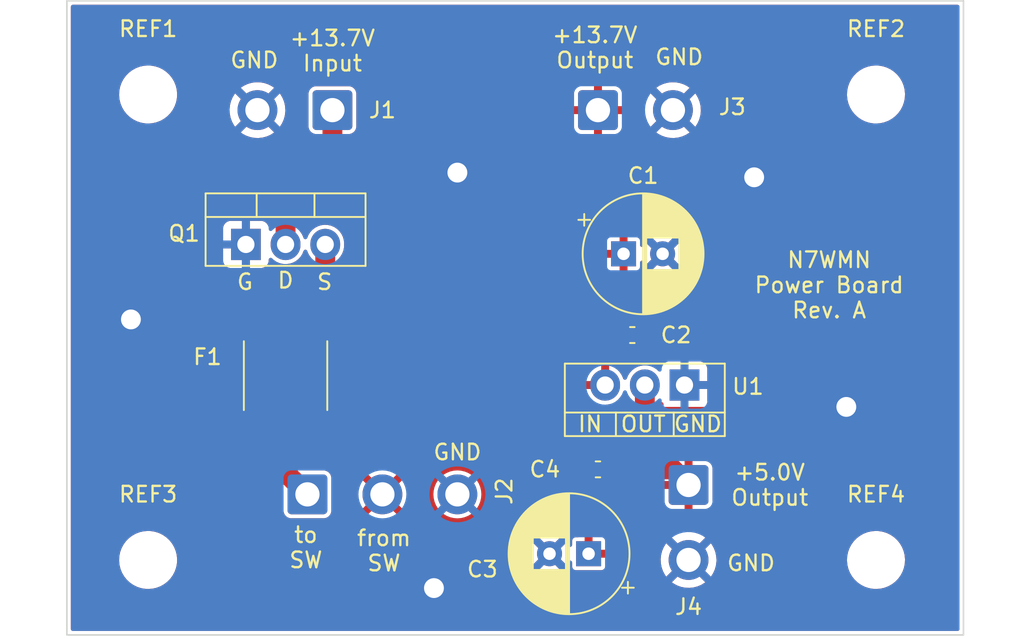
<source format=kicad_pcb>
(kicad_pcb (version 20211014) (generator pcbnew)
  (layers (0 "F.Cu" signal) (31 "B.Cu" signal) (34 "B.Paste" user) (35 "F.Paste" user) (36 "B.SilkS" user "B.Silkscreen") (37 "F.SilkS" user "F.Silkscreen") (38 "B.Mask" user) (39 "F.Mask" user) (44 "Edge.Cuts" user))
  (net 0 "")
  (net 1 "/V13.7_SW")
  (net 2 "GND")
  (net 3 "/V5.0")
  (net 4 "Net-(F1-Pad1)")
  (net 5 "/V13.7_PRO")
  (net 6 "/V13.7_IN")
  (footprint "Connector_Wire:SolderWire-0.75sqmm_1x02_P4.8mm_D1.25mm_OD2.3mm" (layer "F.Cu") (at 137.8 86.4)
    (fp_text reference "J3" (at 8.6 -0.2) (layer "F.SilkS"))
    (fp_text value "Conn_01x02")
    (pad "1" thru_hole roundrect (at 0 0) (size 2.55 2.55) (drill 1.55) (layers *.Cu *.Mask) (roundrect_rratio 0.09803882353) (net 1 "/V13.7_SW"))
    (pad "2" thru_hole circle (at 4.8 0) (size 2.55 2.55) (drill 1.55) (layers *.Cu *.Mask) (net 2 "GND"))
  )
  (footprint "MountingHole:MountingHole_3.2mm_M3" (layer "F.Cu") (at 109 85.4)
    (fp_text reference "REF1" (at 0 -4.2) (layer "F.SilkS"))
    (fp_text value "MountingHole_3.2mm_M3")
    (pad "" np_thru_hole circle (at 0 0) (size 3.2 3.2) (drill 3.2) (layers *.Cu *.Mask))
  )
  (footprint "Capacitor_SMD:C_0603_1608Metric_Pad1.08x0.95mm_HandSolder" (layer "F.Cu") (at 137.8 109.4 180)
    (fp_text reference "C4" (at 3.4 0) (layer "F.SilkS"))
    (fp_text value "0.1uF")
    (fp_line (start -0.146267 -0.51) (end 0.146267 -0.51) (layer "F.SilkS") (width 0.12))
    (fp_line (start -0.146267 0.51) (end 0.146267 0.51) (layer "F.SilkS") (width 0.12))
    (pad "1" smd roundrect (at -0.8625 0 180) (size 1.075 0.95) (layers "F.Cu" "F.Paste" "F.Mask") (net 3 "/V5.0"))
    (pad "2" smd roundrect (at 0.8625 0 180) (size 1.075 0.95) (layers "F.Cu" "F.Paste" "F.Mask") (net 2 "GND"))
  )
  (footprint "MountingHole:MountingHole_3.2mm_M3" (layer "F.Cu") (at 155.6 115.2)
    (fp_text reference "REF4" (at 0 -4.2) (layer "F.SilkS"))
    (fp_text value "MountingHole_3.2mm_M3")
    (pad "" np_thru_hole circle (at 0 0) (size 3.2 3.2) (drill 3.2) (layers F&B.Cu *.Mask))
  )
  (footprint "Capacitor_THT:CP_Radial_D7.5mm_P2.50mm" (layer "F.Cu") (at 137.2 114.8 180)
    (fp_text reference "C3" (at 6.8 -1) (layer "F.SilkS"))
    (fp_text value "47uF")
    (fp_line (start 4.491 -2.077) (end 4.491 2.077) (layer "F.SilkS") (width 0.12))
    (fp_line (start 2.531 1.04) (end 2.531 3.613) (layer "F.SilkS") (width 0.12))
    (fp_line (start 2.011 1.04) (end 2.011 3.755) (layer "F.SilkS") (width 0.12))
    (fp_line (start 1.65 1.04) (end 1.65 3.81) (layer "F.SilkS") (width 0.12))
    (fp_line (start 3.651 -2.996) (end 3.651 2.996) (layer "F.SilkS") (width 0.12))
    (fp_line (start 2.251 -3.699) (end 2.251 -1.04) (layer "F.SilkS") (width 0.12))
    (fp_line (start 1.33 -3.83) (end 1.33 3.83) (layer "F.SilkS") (width 0.12))
    (fp_line (start 2.931 1.04) (end 2.931 3.447) (layer "F.SilkS") (width 0.12))
    (fp_line (start 4.331 -2.304) (end 4.331 2.304) (layer "F.SilkS") (width 0.12))
    (fp_line (start 4.851 -1.381) (end 4.851 1.381) (layer "F.SilkS") (width 0.12))
    (fp_line (start 1.77 -3.795) (end 1.77 -1.04) (layer "F.SilkS") (width 0.12))
    (fp_line (start 3.971 -2.713) (end 3.971 2.713) (layer "F.SilkS") (width 0.12))
    (fp_line (start 2.251 1.04) (end 2.251 3.699) (layer "F.SilkS") (width 0.12))
    (fp_line (start 3.771 -2.898) (end 3.771 2.898) (layer "F.SilkS") (width 0.12))
    (fp_line (start 2.691 -3.553) (end 2.691 -1.04) (layer "F.SilkS") (width 0.12))
    (fp_line (start 3.171 1.04) (end 3.171 3.321) (layer "F.SilkS") (width 0.12))
    (fp_line (start 1.29 -3.83) (end 1.29 3.83) (layer "F.SilkS") (width 0.12))
    (fp_line (start 5.091 -0.441) (end 5.091 0.441) (layer "F.SilkS") (width 0.12))
    (fp_line (start 2.771 1.04) (end 2.771 3.52) (layer "F.SilkS") (width 0.12))
    (fp_line (start 4.211 -2.454) (end 4.211 2.454) (layer "F.SilkS") (width 0.12))
    (fp_line (start 1.65 -3.81) (end 1.65 -1.04) (layer "F.SilkS") (width 0.12))
    (fp_line (start 1.53 -3.82) (end 1.53 -1.04) (layer "F.SilkS") (width 0.12))
    (fp_line (start -2.892211 -2.175) (end -2.142211 -2.175) (layer "F.SilkS") (width 0.12))
    (fp_line (start 2.731 -3.536) (end 2.731 -1.04) (layer "F.SilkS") (width 0.12))
    (fp_line (start 4.171 -2.5) (end 4.171 2.5) (layer "F.SilkS") (width 0.12))
    (fp_line (start 3.571 -3.058) (end 3.571 3.058) (layer "F.SilkS") (width 0.12))
    (fp_line (start 4.011 -2.673) (end 4.011 2.673) (layer "F.SilkS") (width 0.12))
    (fp_line (start 1.49 -3.823) (end 1.49 -1.04) (layer "F.SilkS") (width 0.12))
    (fp_line (start 4.891 -1.275) (end 4.891 1.275) (layer "F.SilkS") (width 0.12))
    (fp_line (start 2.051 -3.747) (end 2.051 -1.04) (layer "F.SilkS") (width 0.12))
    (fp_line (start 2.011 -3.755) (end 2.011 -1.04) (layer "F.SilkS") (width 0.12))
    (fp_line (start 1.25 -3.83) (end 1.25 3.83) (layer "F.SilkS") (width 0.12))
    (fp_line (start 2.411 1.04) (end 2.411 3.653) (layer "F.SilkS") (width 0.12))
    (fp_line (start 1.971 1.04) (end 1.971 3.763) (layer "F.SilkS") (width 0.12))
    (fp_line (start 4.531 -2.014) (end 4.531 2.014) (layer "F.SilkS") (width 0.12))
    (fp_line (start 3.891 -2.79) (end 3.891 2.79) (layer "F.SilkS") (width 0.12))
    (fp_line (start 5.051 -0.693) (end 5.051 0.693) (layer "F.SilkS") (width 0.12))
    (fp_line (start 1.69 1.04) (end 1.69 3.805) (layer "F.SilkS") (width 0.12))
    (fp_line (start 3.451 -3.144) (end 3.451 -1.04) (layer "F.SilkS") (width 0.12))
    (fp_line (start 1.77 1.04) (end 1.77 3.795) (layer "F.SilkS") (width 0.12))
    (fp_line (start 3.131 1.04) (end 3.131 3.343) (layer "F.SilkS") (width 0.12))
    (fp_line (start 2.811 -3.502) (end 2.811 -1.04) (layer "F.SilkS") (width 0.12))
    (fp_line (start 1.61 -3.814) (end 1.61 -1.04) (layer "F.SilkS") (width 0.12))
    (fp_line (start 1.85 1.04) (end 1.85 3.784) (layer "F.SilkS") (width 0.12))
    (fp_line (start 1.57 -3.817) (end 1.57 -1.04) (layer "F.SilkS") (width 0.12))
    (fp_line (start 2.371 1.04) (end 2.371 3.665) (layer "F.SilkS") (width 0.12))
    (fp_line (start 2.531 -3.613) (end 2.531 -1.04) (layer "F.SilkS") (width 0.12))
    (fp_line (start 2.291 -3.688) (end 2.291 -1.04) (layer "F.SilkS") (width 0.12))
    (fp_line (start 3.291 -3.249) (end 3.291 -1.04) (layer "F.SilkS") (width 0.12))
    (fp_line (start 4.811 -1.478) (end 4.811 1.478) (layer "F.SilkS") (width 0.12))
    (fp_line (start 3.211 -3.297) (end 3.211 -1.04) (layer "F.SilkS") (width 0.12))
    (fp_line (start 3.291 1.04) (end 3.291 3.249) (layer "F.SilkS") (width 0.12))
    (fp_line (start 3.331 -3.224) (end 3.331 -1.04) (layer "F.SilkS") (width 0.12))
    (fp_line (start 2.851 -3.484) (end 2.851 -1.04) (layer "F.SilkS") (width 0.12))
    (fp_line (start 4.971 -1.028) (end 4.971 1.028) (layer "F.SilkS") (width 0.12))
    (fp_line (start 2.651 -3.568) (end 2.651 -1.04) (layer "F.SilkS") (width 0.12))
    (fp_line (start 2.411 -3.653) (end 2.411 -1.04) (layer "F.SilkS") (width 0.12))
    (fp_line (start 1.37 -3.829) (end 1.37 3.829) (layer "F.SilkS") (width 0.12))
    (fp_line (start 3.331 1.04) (end 3.331 3.224) (layer "F.SilkS") (width 0.12))
    (fp_line (start 2.611 1.04) (end 2.611 3.584) (layer "F.SilkS") (width 0.12))
    (fp_line (start 2.971 -3.427) (end 2.971 -1.04) (layer "F.SilkS") (width 0.12))
    (fp_line (start 1.85 -3.784) (end 1.85 -1.04) (layer "F.SilkS") (width 0.12))
    (fp_line (start 3.531 1.04) (end 3.531 3.088) (layer "F.SilkS") (width 0.12))
    (fp_line (start 3.611 -3.028) (end 3.611 3.028) (layer "F.SilkS") (width 0.12))
    (fp_line (start 2.331 -3.677) (end 2.331 -1.04) (layer "F.SilkS") (width 0.12))
    (fp_line (start 3.691 -2.964) (end 3.691 2.964) (layer "F.SilkS") (width 0.12))
    (fp_line (start 2.171 -3.72) (end 2.171 -1.04) (layer "F.SilkS") (width 0.12))
    (fp_line (start 3.491 1.04) (end 3.491 3.116) (layer "F.SilkS") (width 0.12))
    (fp_line (start 4.291 -2.355) (end 4.291 2.355) (layer "F.SilkS") (width 0.12))
    (fp_line (start 4.371 -2.25) (end 4.371 2.25) (layer "F.SilkS") (width 0.12))
    (fp_line (start 3.411 -3.172) (end 3.411 -1.04) (layer "F.SilkS") (width 0.12))
    (fp_line (start 3.371 -3.198) (end 3.371 -1.04) (layer "F.SilkS") (width 0.12))
    (fp_line (start 4.931 -1.158) (end 4.931 1.158) (layer "F.SilkS") (width 0.12))
    (fp_line (start 3.171 -3.321) (end 3.171 -1.04) (layer "F.SilkS") (width 0.12))
    (fp_line (start 2.571 1.04) (end 2.571 3.598) (layer "F.SilkS") (width 0.12))
    (fp_line (start 2.491 -3.626) (end 2.491 -1.04) (layer "F.SilkS") (width 0.12))
    (fp_line (start 4.691 -1.733) (end 4.691 1.733) (layer "F.SilkS") (width 0.12))
    (fp_line (start 3.731 -2.931) (end 3.731 2.931) (layer "F.SilkS") (width 0.12))
    (fp_line (start 3.371 1.04) (end 3.371 3.198) (layer "F.SilkS") (width 0.12))
    (fp_line (start 1.69 -3.805) (end 1.69 -1.04) (layer "F.SilkS") (width 0.12))
    (fp_line (start 1.57 1.04) (end 1.57 3.817) (layer "F.SilkS") (width 0.12))
    (fp_line (start 1.45 -3.825) (end 1.45 3.825) (layer "F.SilkS") (width 0.12))
    (fp_line (start 2.971 1.04) (end 2.971 3.427) (layer "F.SilkS") (width 0.12))
    (fp_line (start 4.131 -2.546) (end 4.131 2.546) (layer "F.SilkS") (width 0.12))
    (fp_line (start 2.211 -3.71) (end 2.211 -1.04) (layer "F.SilkS") (width 0.12))
    (fp_line (start 3.491 -3.116) (end 3.491 -1.04) (layer "F.SilkS") (width 0.12))
    (fp_line (start 3.251 1.04) (end 3.251 3.274) (layer "F.SilkS") (width 0.12))
    (fp_line (start 4.251 -2.405) (end 4.251 2.405) (layer "F.SilkS") (width 0.12))
    (fp_line (start 2.691 1.04) (end 2.691 3.553) (layer "F.SilkS") (width 0.12))
    (fp_line (start 3.011 1.04) (end 3.011 3.407) (layer "F.SilkS") (width 0.12))
    (fp_line (start 4.451 -2.137) (end 4.451 2.137) (layer "F.SilkS") (width 0.12))
    (fp_line (start 4.731 -1.654) (end 4.731 1.654) (layer "F.SilkS") (width 0.12))
    (fp_line (start 3.091 1.04) (end 3.091 3.365) (layer "F.SilkS") (width 0.12))
    (fp_line (start 1.73 -3.801) (end 1.73 -1.04) (layer "F.SilkS") (width 0.12))
    (fp_line (start 2.291 1.04) (end 2.291 3.688) (layer "F.SilkS") (width 0.12))
    (fp_line (start 4.571 -1.949) (end 4.571 1.949) (layer "F.SilkS") (width 0.12))
    (fp_line (start 1.971 -3.763) (end 1.971 -1.04) (layer "F.SilkS") (width 0.12))
    (fp_line (start 2.131 1.04) (end 2.131 3.729) (layer "F.SilkS") (width 0.12))
    (fp_line (start 2.051 1.04) (end 2.051 3.747) (layer "F.SilkS") (width 0.12))
    (fp_line (start 3.451 1.04) (end 3.451 3.144) (layer "F.SilkS") (width 0.12))
    (fp_line (start 1.61 1.04) (end 1.61 3.814) (layer "F.SilkS") (width 0.12))
    (fp_line (start 4.091 -2.589) (end 4.091 2.589) (layer "F.SilkS") (width 0.12))
    (fp_line (start 3.931 -2.752) (end 3.931 2.752) (layer "F.SilkS") (width 0.12))
    (fp_line (start 1.53 1.04) (end 1.53 3.82) (layer "F.SilkS") (width 0.12))
    (fp_line (start 2.931 -3.447) (end 2.931 -1.04) (layer "F.SilkS") (width 0.12))
    (fp_line (start 2.611 -3.584) (end 2.611 -1.04) (layer "F.SilkS") (width 0.12))
    (fp_line (start 2.331 1.04) (end 2.331 3.677) (layer "F.SilkS") (width 0.12))
    (fp_line (start 3.011 -3.407) (end 3.011 -1.04) (layer "F.SilkS") (width 0.12))
    (fp_line (start 2.491 1.04) (end 2.491 3.626) (layer "F.SilkS") (width 0.12))
    (fp_line (start 3.251 -3.274) (end 3.251 -1.04) (layer "F.SilkS") (width 0.12))
    (fp_line (start 4.411 -2.195) (end 4.411 2.195) (layer "F.SilkS") (width 0.12))
    (fp_line (start 3.411 1.04) (end 3.411 3.172) (layer "F.SilkS") (width 0.12))
    (fp_line (start 3.051 -3.386) (end 3.051 -1.04) (layer "F.SilkS") (width 0.12))
    (fp_line (start 1.89 1.04) (end 1.89 3.777) (layer "F.SilkS") (width 0.12))
    (fp_line (start 4.611 -1.881) (end 4.611 1.881) (layer "F.SilkS") (width 0.12))
    (fp_line (start 2.771 -3.52) (end 2.771 -1.04) (layer "F.SilkS") (width 0.12))
    (fp_line (start 1.81 -3.79) (end 1.81 -1.04) (layer "F.SilkS") (width 0.12))
    (fp_line (start 2.211 1.04) (end 2.211 3.71) (layer "F.SilkS") (width 0.12))
    (fp_line (start 1.49 1.04) (end 1.49 3.823) (layer "F.SilkS") (width 0.12))
    (fp_line (start 2.651 1.04) (end 2.651 3.568) (layer "F.SilkS") (width 0.12))
    (fp_line (start 2.731 1.04) (end 2.731 3.536) (layer "F.SilkS") (width 0.12))
    (fp_line (start 3.531 -3.088) (end 3.531 -1.04) (layer "F.SilkS") (width 0.12))
    (fp_line (start 4.051 -2.632) (end 4.051 2.632) (layer "F.SilkS") (width 0.12))
    (fp_line (start 1.89 -3.777) (end 1.89 -1.04) (layer "F.SilkS") (width 0.12))
    (fp_line (start -2.517211 -2.55) (end -2.517211 -1.8) (layer "F.SilkS") (width 0.12))
    (fp_line (start 4.651 -1.809) (end 4.651 1.809) (layer "F.SilkS") (width 0.12))
    (fp_line (start 2.451 1.04) (end 2.451 3.64) (layer "F.SilkS") (width 0.12))
    (fp_line (start 1.73 1.04) (end 1.73 3.801) (layer "F.SilkS") (width 0.12))
    (fp_line (start 1.93 -3.77) (end 1.93 -1.04) (layer "F.SilkS") (width 0.12))
    (fp_line (start 2.091 1.04) (end 2.091 3.738) (layer "F.SilkS") (width 0.12))
    (fp_line (start 3.211 1.04) (end 3.211 3.297) (layer "F.SilkS") (width 0.12))
    (fp_line (start 2.171 1.04) (end 2.171 3.72) (layer "F.SilkS") (width 0.12))
    (fp_line (start 5.011 -0.877) (end 5.011 0.877) (layer "F.SilkS") (width 0.12))
    (fp_line (start 3.091 -3.365) (end 3.091 -1.04) (layer "F.SilkS") (width 0.12))
    (fp_line (start 3.851 -2.827) (end 3.851 2.827) (layer "F.SilkS") (width 0.12))
    (fp_line (start 2.451 -3.64) (end 2.451 -1.04) (layer "F.SilkS") (width 0.12))
    (fp_line (start 3.131 -3.343) (end 3.131 -1.04) (layer "F.SilkS") (width 0.12))
    (fp_line (start 2.571 -3.598) (end 2.571 -1.04) (layer "F.SilkS") (width 0.12))
    (fp_line (start 1.81 1.04) (end 1.81 3.79) (layer "F.SilkS") (width 0.12))
    (fp_line (start 3.051 1.04) (end 3.051 3.386) (layer "F.SilkS") (width 0.12))
    (fp_line (start 1.93 1.04) (end 1.93 3.77) (layer "F.SilkS") (width 0.12))
    (fp_line (start 2.811 1.04) (end 2.811 3.502) (layer "F.SilkS") (width 0.12))
    (fp_line (start 2.131 -3.729) (end 2.131 -1.04) (layer "F.SilkS") (width 0.12))
    (fp_line (start 4.771 -1.569) (end 4.771 1.569) (layer "F.SilkS") (width 0.12))
    (fp_line (start 1.41 -3.827) (end 1.41 3.827) (layer "F.SilkS") (width 0.12))
    (fp_line (start 3.811 -2.863) (end 3.811 2.863) (layer "F.SilkS") (width 0.12))
    (fp_line (start 2.891 -3.466) (end 2.891 -1.04) (layer "F.SilkS") (width 0.12))
    (fp_line (start 2.891 1.04) (end 2.891 3.466) (layer "F.SilkS") (width 0.12))
    (fp_line (start 2.851 1.04) (end 2.851 3.484) (layer "F.SilkS") (width 0.12))
    (fp_line (start 2.371 -3.665) (end 2.371 -1.04) (layer "F.SilkS") (width 0.12))
    (fp_line (start 2.091 -3.738) (end 2.091 -1.04) (layer "F.SilkS") (width 0.12))
    (fp_circle (center 1.25 0) (end 5.12 0) (layer "F.SilkS") (width 0.12) (fill none))
    (pad "1" thru_hole rect (at 0 0 180) (size 1.6 1.6) (drill 0.8) (layers *.Cu *.Mask) (net 3 "/V5.0"))
    (pad "2" thru_hole circle (at 2.5 0 180) (size 1.6 1.6) (drill 0.8) (layers *.Cu *.Mask) (net 2 "GND"))
  )
  (footprint "Package_TO_SOT_THT:TO-220-3_Vertical" (layer "F.Cu") (at 115.26 95)
    (fp_text reference "Q1" (at -3.96 -0.7 180) (layer "F.SilkS"))
    (fp_text value "IRF9540")
    (fp_line (start 0.69 -3.27) (end 0.69 -1.76) (layer "F.SilkS") (width 0.12))
    (fp_line (start -2.58 1.371) (end 7.66 1.371) (layer "F.SilkS") (width 0.12))
    (fp_line (start -2.58 -1.76) (end 7.66 -1.76) (layer "F.SilkS") (width 0.12))
    (fp_line (start -2.58 -3.27) (end 7.66 -3.27) (layer "F.SilkS") (width 0.12))
    (fp_line (start 7.66 -3.27) (end 7.66 1.371) (layer "F.SilkS") (width 0.12))
    (fp_line (start -2.58 -3.27) (end -2.58 1.371) (layer "F.SilkS") (width 0.12))
    (fp_line (start 4.391 -3.27) (end 4.391 -1.76) (layer "F.SilkS") (width 0.12))
    (pad "1" thru_hole rect (at 0 0) (size 1.905 2) (drill 1.1) (layers *.Cu *.Mask) (net 2 "GND"))
    (pad "2" thru_hole oval (at 2.54 0) (size 1.905 2) (drill 1.1) (layers *.Cu *.Mask) (net 6 "/V13.7_IN"))
    (pad "3" thru_hole oval (at 5.08 0) (size 1.905 2) (drill 1.1) (layers *.Cu *.Mask) (net 4 "Net-(F1-Pad1)"))
  )
  (footprint "MountingHole:MountingHole_3.2mm_M3" (layer "F.Cu") (at 109 115.2)
    (fp_text reference "REF3" (at 0 -4.2) (layer "F.SilkS"))
    (fp_text value "MountingHole_3.2mm_M3")
    (pad "" np_thru_hole circle (at 0 0) (size 3.2 3.2) (drill 3.2) (layers F&B.Cu *.Mask))
  )
  (footprint "MountingHole:MountingHole_3.2mm_M3" (layer "F.Cu") (at 155.6 85.4)
    (fp_text reference "REF2" (at 0 -4.2) (layer "F.SilkS"))
    (fp_text value "MountingHole_3.2mm_M3")
    (pad "" np_thru_hole circle (at 0 0) (size 3.2 3.2) (drill 3.2) (layers F&B.Cu *.Mask))
  )
  (footprint "Package_TO_SOT_THT:TO-220-3_Vertical" (layer "F.Cu") (at 143.34 104 180)
    (fp_text reference "U1" (at -4.06 -0.1) (layer "F.SilkS"))
    (fp_text value "LM1085-5.0")
    (fp_line (start 7.66 -3.27) (end 7.66 1.371) (layer "F.SilkS") (width 0.12))
    (fp_line (start -2.58 -3.27) (end 7.66 -3.27) (layer "F.SilkS") (width 0.12))
    (fp_line (start -2.58 -1.76) (end 7.66 -1.76) (layer "F.SilkS") (width 0.12))
    (fp_line (start 4.391 -3.27) (end 4.391 -1.76) (layer "F.SilkS") (width 0.12))
    (fp_line (start -2.58 1.371) (end 7.66 1.371) (layer "F.SilkS") (width 0.12))
    (fp_line (start -2.58 -3.27) (end -2.58 1.371) (layer "F.SilkS") (width 0.12))
    (fp_line (start 0.69 -3.27) (end 0.69 -1.76) (layer "F.SilkS") (width 0.12))
    (pad "1" thru_hole rect (at 0 0 180) (size 1.905 2) (drill 1.1) (layers *.Cu *.Mask) (net 2 "GND"))
    (pad "2" thru_hole oval (at 2.54 0 180) (size 1.905 2) (drill 1.1) (layers *.Cu *.Mask) (net 3 "/V5.0"))
    (pad "3" thru_hole oval (at 5.08 0 180) (size 1.905 2) (drill 1.1) (layers *.Cu *.Mask) (net 1 "/V13.7_SW"))
  )
  (footprint "Capacitor_THT:CP_Radial_D7.5mm_P2.50mm" (layer "F.Cu") (at 139.438606 95.6)
    (fp_text reference "C1" (at 1.25 -5) (layer "F.SilkS"))
    (fp_text value "47uF")
    (fp_line (start 2.931 1.04) (end 2.931 3.447) (layer "F.SilkS") (width 0.12))
    (fp_line (start 3.611 -3.028) (end 3.611 3.028) (layer "F.SilkS") (width 0.12))
    (fp_line (start 4.891 -1.275) (end 4.891 1.275) (layer "F.SilkS") (width 0.12))
    (fp_line (start 3.011 -3.407) (end 3.011 -1.04) (layer "F.SilkS") (width 0.12))
    (fp_line (start 2.651 -3.568) (end 2.651 -1.04) (layer "F.SilkS") (width 0.12))
    (fp_line (start 1.29 -3.83) (end 1.29 3.83) (layer "F.SilkS") (width 0.12))
    (fp_line (start 2.851 -3.484) (end 2.851 -1.04) (layer "F.SilkS") (width 0.12))
    (fp_line (start 3.451 1.04) (end 3.451 3.144) (layer "F.SilkS") (width 0.12))
    (fp_line (start 2.491 -3.626) (end 2.491 -1.04) (layer "F.SilkS") (width 0.12))
    (fp_line (start 1.57 1.04) (end 1.57 3.817) (layer "F.SilkS") (width 0.12))
    (fp_line (start 5.051 -0.693) (end 5.051 0.693) (layer "F.SilkS") (width 0.12))
    (fp_line (start 1.93 -3.77) (end 1.93 -1.04) (layer "F.SilkS") (width 0.12))
    (fp_line (start 1.49 1.04) (end 1.49 3.823) (layer "F.SilkS") (width 0.12))
    (fp_line (start 1.69 -3.805) (end 1.69 -1.04) (layer "F.SilkS") (width 0.12))
    (fp_line (start 2.211 -3.71) (end 2.211 -1.04) (layer "F.SilkS") (width 0.12))
    (fp_line (start 1.33 -3.83) (end 1.33 3.83) (layer "F.SilkS") (width 0.12))
    (fp_line (start 3.051 -3.386) (end 3.051 -1.04) (layer "F.SilkS") (width 0.12))
    (fp_line (start 2.091 -3.738) (end 2.091 -1.04) (layer "F.SilkS") (width 0.12))
    (fp_line (start 3.171 1.04) (end 3.171 3.321) (layer "F.SilkS") (width 0.12))
    (fp_line (start 4.771 -1.569) (end 4.771 1.569) (layer "F.SilkS") (width 0.12))
    (fp_line (start 3.571 -3.058) (end 3.571 3.058) (layer "F.SilkS") (width 0.12))
    (fp_line (start 2.251 1.04) (end 2.251 3.699) (layer "F.SilkS") (width 0.12))
    (fp_line (start 2.811 -3.502) (end 2.811 -1.04) (layer "F.SilkS") (width 0.12))
    (fp_line (start 3.091 1.04) (end 3.091 3.365) (layer "F.SilkS") (width 0.12))
    (fp_line (start 2.011 -3.755) (end 2.011 -1.04) (layer "F.SilkS") (width 0.12))
    (fp_line (start 4.171 -2.5) (end 4.171 2.5) (layer "F.SilkS") (width 0.12))
    (fp_line (start 1.77 -3.795) (end 1.77 -1.04) (layer "F.SilkS") (width 0.12))
    (fp_line (start 4.131 -2.546) (end 4.131 2.546) (layer "F.SilkS") (width 0.12))
    (fp_line (start 3.411 -3.172) (end 3.411 -1.04) (layer "F.SilkS") (width 0.12))
    (fp_line (start 2.571 1.04) (end 2.571 3.598) (layer "F.SilkS") (width 0.12))
    (fp_line (start 3.131 -3.343) (end 3.131 -1.04) (layer "F.SilkS") (width 0.12))
    (fp_line (start 2.891 -3.466) (end 2.891 -1.04) (layer "F.SilkS") (width 0.12))
    (fp_line (start 3.211 -3.297) (end 3.211 -1.04) (layer "F.SilkS") (width 0.12))
    (fp_line (start 1.93 1.04) (end 1.93 3.77) (layer "F.SilkS") (width 0.12))
    (fp_line (start 2.011 1.04) (end 2.011 3.755) (layer "F.SilkS") (width 0.12))
    (fp_line (start 4.251 -2.405) (end 4.251 2.405) (layer "F.SilkS") (width 0.12))
    (fp_line (start 2.211 1.04) (end 2.211 3.71) (layer "F.SilkS") (width 0.12))
    (fp_line (start 1.81 1.04) (end 1.81 3.79) (layer "F.SilkS") (width 0.12))
    (fp_line (start 3.811 -2.863) (end 3.811 2.863) (layer "F.SilkS") (width 0.12))
    (fp_line (start 3.251 1.04) (end 3.251 3.274) (layer "F.SilkS") (width 0.12))
    (fp_line (start 4.491 -2.077) (end 4.491 2.077) (layer "F.SilkS") (width 0.12))
    (fp_line (start 4.011 -2.673) (end 4.011 2.673) (layer "F.SilkS") (width 0.12))
    (fp_line (start 2.171 1.04) (end 2.171 3.72) (layer "F.SilkS") (width 0.12))
    (fp_line (start 2.331 -3.677) (end 2.331 -1.04) (layer "F.SilkS") (width 0.12))
    (fp_line (start 2.971 -3.427) (end 2.971 -1.04) (layer "F.SilkS") (width 0.12))
    (fp_line (start 3.411 1.04) (end 3.411 3.172) (layer "F.SilkS") (width 0.12))
    (fp_line (start 2.971 1.04) (end 2.971 3.427) (layer "F.SilkS") (width 0.12))
    (fp_line (start 1.57 -3.817) (end 1.57 -1.04) (layer "F.SilkS") (width 0.12))
    (fp_line (start 5.091 -0.441) (end 5.091 0.441) (layer "F.SilkS") (width 0.12))
    (fp_line (start 3.971 -2.713) (end 3.971 2.713) (layer "F.SilkS") (width 0.12))
    (fp_line (start 1.65 1.04) (end 1.65 3.81) (layer "F.SilkS") (width 0.12))
    (fp_line (start 3.491 1.04) (end 3.491 3.116) (layer "F.SilkS") (width 0.12))
    (fp_line (start 3.771 -2.898) (end 3.771 2.898) (layer "F.SilkS") (width 0.12))
    (fp_line (start 2.611 1.04) (end 2.611 3.584) (layer "F.SilkS") (width 0.12))
    (fp_line (start 3.731 -2.931) (end 3.731 2.931) (layer "F.SilkS") (width 0.12))
    (fp_line (start 2.171 -3.72) (end 2.171 -1.04) (layer "F.SilkS") (width 0.12))
    (fp_line (start 2.451 1.04) (end 2.451 3.64) (layer "F.SilkS") (width 0.12))
    (fp_line (start 2.291 -3.688) (end 2.291 -1.04) (layer "F.SilkS") (width 0.12))
    (fp_line (start -2.517211 -2.55) (end -2.517211 -1.8) (layer "F.SilkS") (width 0.12))
    (fp_line (start 4.851 -1.381) (end 4.851 1.381) (layer "F.SilkS") (width 0.12))
    (fp_line (start 4.331 -2.304) (end 4.331 2.304) (layer "F.SilkS") (width 0.12))
    (fp_line (start 2.611 -3.584) (end 2.611 -1.04) (layer "F.SilkS") (width 0.12))
    (fp_line (start 4.731 -1.654) (end 4.731 1.654) (layer "F.SilkS") (width 0.12))
    (fp_line (start 2.731 -3.536) (end 2.731 -1.04) (layer "F.SilkS") (width 0.12))
    (fp_line (start 2.531 -3.613) (end 2.531 -1.04) (layer "F.SilkS") (width 0.12))
    (fp_line (start 3.451 -3.144) (end 3.451 -1.04) (layer "F.SilkS") (width 0.12))
    (fp_line (start 2.731 1.04) (end 2.731 3.536) (layer "F.SilkS") (width 0.12))
    (fp_line (start 2.771 -3.52) (end 2.771 -1.04) (layer "F.SilkS") (width 0.12))
    (fp_line (start 2.891 1.04) (end 2.891 3.466) (layer "F.SilkS") (width 0.12))
    (fp_line (start 1.85 -3.784) (end 1.85 -1.04) (layer "F.SilkS") (width 0.12))
    (fp_line (start 2.491 1.04) (end 2.491 3.626) (layer "F.SilkS") (width 0.12))
    (fp_line (start 3.891 -2.79) (end 3.891 2.79) (layer "F.SilkS") (width 0.12))
    (fp_line (start 3.251 -3.274) (end 3.251 -1.04) (layer "F.SilkS") (width 0.12))
    (fp_line (start 2.051 -3.747) (end 2.051 -1.04) (layer "F.SilkS") (width 0.12))
    (fp_line (start 1.53 1.04) (end 1.53 3.82) (layer "F.SilkS") (width 0.12))
    (fp_line (start 3.011 1.04) (end 3.011 3.407) (layer "F.SilkS") (width 0.12))
    (fp_line (start 2.851 1.04) (end 2.851 3.484) (layer "F.SilkS") (width 0.12))
    (fp_line (start 1.971 -3.763) (end 1.971 -1.04) (layer "F.SilkS") (width 0.12))
    (fp_line (start 4.051 -2.632) (end 4.051 2.632) (layer "F.SilkS") (width 0.12))
    (fp_line (start 3.691 -2.964) (end 3.691 2.964) (layer "F.SilkS") (width 0.12))
    (fp_line (start 4.091 -2.589) (end 4.091 2.589) (layer "F.SilkS") (width 0.12))
    (fp_line (start 2.131 1.04) (end 2.131 3.729) (layer "F.SilkS") (width 0.12))
    (fp_line (start 2.411 1.04) (end 2.411 3.653) (layer "F.SilkS") (width 0.12))
    (fp_line (start 1.971 1.04) (end 1.971 3.763) (layer "F.SilkS") (width 0.12))
    (fp_line (start 1.61 -3.814) (end 1.61 -1.04) (layer "F.SilkS") (width 0.12))
    (fp_line (start 2.811 1.04) (end 2.811 3.502) (layer "F.SilkS") (width 0.12))
    (fp_line (start 2.531 1.04) (end 2.531 3.613) (layer "F.SilkS") (width 0.12))
    (fp_line (start 2.251 -3.699) (end 2.251 -1.04) (layer "F.SilkS") (width 0.12))
    (fp_line (start 3.371 1.04) (end 3.371 3.198) (layer "F.SilkS") (width 0.12))
    (fp_line (start 3.331 1.04) (end 3.331 3.224) (layer "F.SilkS") (width 0.12))
    (fp_line (start 2.091 1.04) (end 2.091 3.738) (layer "F.SilkS") (width 0.12))
    (fp_line (start 2.131 -3.729) (end 2.131 -1.04) (layer "F.SilkS") (width 0.12))
    (fp_line (start 1.73 1.04) (end 1.73 3.801) (layer "F.SilkS") (width 0.12))
    (fp_line (start 1.45 -3.825) (end 1.45 3.825) (layer "F.SilkS") (width 0.12))
    (fp_line (start 3.851 -2.827) (end 3.851 2.827) (layer "F.SilkS") (width 0.12))
    (fp_line (start 2.571 -3.598) (end 2.571 -1.04) (layer "F.SilkS") (width 0.12))
    (fp_line (start 2.371 -3.665) (end 2.371 -1.04) (layer "F.SilkS") (width 0.12))
    (fp_line (start 2.931 -3.447) (end 2.931 -1.04) (layer "F.SilkS") (width 0.12))
    (fp_line (start 4.531 -2.014) (end 4.531 2.014) (layer "F.SilkS") (width 0.12))
    (fp_line (start 4.291 -2.355) (end 4.291 2.355) (layer "F.SilkS") (width 0.12))
    (fp_line (start 3.371 -3.198) (end 3.371 -1.04) (layer "F.SilkS") (width 0.12))
    (fp_line (start 3.171 -3.321) (end 3.171 -1.04) (layer "F.SilkS") (width 0.12))
    (fp_line (start 1.41 -3.827) (end 1.41 3.827) (layer "F.SilkS") (width 0.12))
    (fp_line (start 4.691 -1.733) (end 4.691 1.733) (layer "F.SilkS") (width 0.12))
    (fp_line (start 5.011 -0.877) (end 5.011 0.877) (layer "F.SilkS") (width 0.12))
    (fp_line (start 3.211 1.04) (end 3.211 3.297) (layer "F.SilkS") (width 0.12))
    (fp_line (start 1.89 1.04) (end 1.89 3.777) (layer "F.SilkS") (width 0.12))
    (fp_line (start 3.931 -2.752) (end 3.931 2.752) (layer "F.SilkS") (width 0.12))
    (fp_line (start 3.291 -3.249) (end 3.291 -1.04) (layer "F.SilkS") (width 0.12))
    (fp_line (start 2.371 1.04) (end 2.371 3.665) (layer "F.SilkS") (width 0.12))
    (fp_line (start 4.411 -2.195) (end 4.411 2.195) (layer "F.SilkS") (width 0.12))
    (fp_line (start 2.331 1.04) (end 2.331 3.677) (layer "F.SilkS") (width 0.12))
    (fp_line (start 2.771 1.04) (end 2.771 3.52) (layer "F.SilkS") (width 0.12))
    (fp_line (start 2.291 1.04) (end 2.291 3.688) (layer "F.SilkS") (width 0.12))
    (fp_line (start 1.25 -3.83) (end 1.25 3.83) (layer "F.SilkS") (width 0.12))
    (fp_line (start 1.73 -3.801) (end 1.73 -1.04) (layer "F.SilkS") (width 0.12))
    (fp_line (start 3.491 -3.116) (end 3.491 -1.04) (layer "F.SilkS") (width 0.12))
    (fp_line (start 1.85 1.04) (end 1.85 3.784) (layer "F.SilkS") (width 0.12))
    (fp_line (start 3.531 -3.088) (end 3.531 -1.04) (layer "F.SilkS") (width 0.12))
    (fp_line (start 1.61 1.04) (end 1.61 3.814) (layer "F.SilkS") (width 0.12))
    (fp_line (start 4.651 -1.809) (end 4.651 1.809) (layer "F.SilkS") (width 0.12))
    (fp_line (start 1.69 1.04) (end 1.69 3.805) (layer "F.SilkS") (width 0.12))
    (fp_line (start 3.051 1.04) (end 3.051 3.386) (layer "F.SilkS") (width 0.12))
    (fp_line (start -2.892211 -2.175) (end -2.142211 -2.175) (layer "F.SilkS") (width 0.12))
    (fp_line (start 4.211 -2.454) (end 4.211 2.454) (layer "F.SilkS") (width 0.12))
    (fp_line (start 4.571 -1.949) (end 4.571 1.949) (layer "F.SilkS") (width 0.12))
    (fp_line (start 1.37 -3.829) (end 1.37 3.829) (layer "F.SilkS") (width 0.12))
    (fp_line (start 1.49 -3.823) (end 1.49 -1.04) (layer "F.SilkS") (width 0.12))
    (fp_line (start 3.291 1.04) (end 3.291 3.249) (layer "F.SilkS") (width 0.12))
    (fp_line (start 3.651 -2.996) (end 3.651 2.996) (layer "F.SilkS") (width 0.12))
    (fp_line (start 4.371 -2.25) (end 4.371 2.25) (layer "F.SilkS") (width 0.12))
    (fp_line (start 2.691 1.04) (end 2.691 3.553) (layer "F.SilkS") (width 0.12))
    (fp_line (start 3.131 1.04) (end 3.131 3.343) (layer "F.SilkS") (width 0.12))
    (fp_line (start 1.53 -3.82) (end 1.53 -1.04) (layer "F.SilkS") (width 0.12))
    (fp_line (start 4.451 -2.137) (end 4.451 2.137) (layer "F.SilkS") (width 0.12))
    (fp_line (start 3.531 1.04) (end 3.531 3.088) (layer "F.SilkS") (width 0.12))
    (fp_line (start 4.931 -1.158) (end 4.931 1.158) (layer "F.SilkS") (width 0.12))
    (fp_line (start 2.451 -3.64) (end 2.451 -1.04) (layer "F.SilkS") (width 0.12))
    (fp_line (start 1.89 -3.777) (end 1.89 -1.04) (layer "F.SilkS") (width 0.12))
    (fp_line (start 3.091 -3.365) (end 3.091 -1.04) (layer "F.SilkS") (width 0.12))
    (fp_line (start 1.65 -3.81) (end 1.65 -1.04) (layer "F.SilkS") (width 0.12))
    (fp_line (start 2.691 -3.553) (end 2.691 -1.04) (layer "F.SilkS") (width 0.12))
    (fp_line (start 4.971 -1.028) (end 4.971 1.028) (layer "F.SilkS") (width 0.12))
    (fp_line (start 1.81 -3.79) (end 1.81 -1.04) (layer "F.SilkS") (width 0.12))
    (fp_line (start 4.611 -1.881) (end 4.611 1.881) (layer "F.SilkS") (width 0.12))
    (fp_line (start 1.77 1.04) (end 1.77 3.795) (layer "F.SilkS") (width 0.12))
    (fp_line (start 2.411 -3.653) (end 2.411 -1.04) (layer "F.SilkS") (width 0.12))
    (fp_line (start 2.651 1.04) (end 2.651 3.568) (layer "F.SilkS") (width 0.12))
    (fp_line (start 2.051 1.04) (end 2.051 3.747) (layer "F.SilkS") (width 0.12))
    (fp_line (start 4.811 -1.478) (end 4.811 1.478) (layer "F.SilkS") (width 0.12))
    (fp_line (start 3.331 -3.224) (end 3.331 -1.04) (layer "F.SilkS") (width 0.12))
    (fp_circle (center 1.25 0) (end 5.12 0) (layer "F.SilkS") (width 0.12) (fill none))
    (pad "1" thru_hole rect (at 0 0) (size 1.6 1.6) (drill 0.8) (layers *.Cu *.Mask) (net 1 "/V13.7_SW"))
    (pad "2" thru_hole circle (at 2.5 0) (size 1.6 1.6) (drill 0.8) (layers *.Cu *.Mask) (net 2 "GND"))
  )
  (footprint "Capacitor_SMD:C_0603_1608Metric_Pad1.08x0.95mm_HandSolder" (layer "F.Cu") (at 140 100.8)
    (fp_text reference "C2" (at 2.8 0 180) (layer "F.SilkS"))
    (fp_text value "0.1uF")
    (fp_line (start -0.146267 -0.51) (end 0.146267 -0.51) (layer "F.SilkS") (width 0.12))
    (fp_line (start -0.146267 0.51) (end 0.146267 0.51) (layer "F.SilkS") (width 0.12))
    (pad "1" smd roundrect (at -0.8625 0) (size 1.075 0.95) (layers "F.Cu" "F.Paste" "F.Mask") (net 1 "/V13.7_SW"))
    (pad "2" smd roundrect (at 0.8625 0) (size 1.075 0.95) (layers "F.Cu" "F.Paste" "F.Mask") (net 2 "GND"))
  )
  (footprint "Fuse:Fuse_2920_7451Metric_Pad2.10x5.45mm_HandSolder" (layer "F.Cu") (at 117.8 103.4 -90)
    (fp_text reference "F1" (at -1.2 5 180) (layer "F.SilkS"))
    (fp_text value "Polyfuse")
    (fp_line (start -2.203752 -2.67) (end 2.203752 -2.67) (layer "F.SilkS") (width 0.12))
    (fp_line (start -2.203752 2.67) (end 2.203752 2.67) (layer "F.SilkS") (width 0.12))
    (pad "1" smd roundrect (at -3.475 0 270) (size 2.1 5.45) (layers "F.Cu" "F.Paste" "F.Mask") (roundrect_rratio 0.1190480952) (net 4 "Net-(F1-Pad1)"))
    (pad "2" smd roundrect (at 3.475 0 270) (size 2.1 5.45) (layers "F.Cu" "F.Paste" "F.Mask") (roundrect_rratio 0.1190480952) (net 5 "/V13.7_PRO"))
  )
  (footprint "Connector_Wire:SolderWire-0.75sqmm_1x03_P4.8mm_D1.25mm_OD2.3mm" (layer "F.Cu") (at 119.2 111)
    (fp_text reference "J2" (at 12.6 -0.2 90) (layer "F.SilkS"))
    (fp_text value "Conn_01x03")
    (pad "1" thru_hole roundrect (at 0 0) (size 2.55 2.55) (drill 1.55) (layers *.Cu *.Mask) (roundrect_rratio 0.09803882353) (net 5 "/V13.7_PRO"))
    (pad "2" thru_hole circle (at 4.8 0) (size 2.55 2.55) (drill 1.55) (layers *.Cu *.Mask) (net 1 "/V13.7_SW"))
    (pad "3" thru_hole circle (at 9.6 0) (size 2.55 2.55) (drill 1.55) (layers *.Cu *.Mask) (net 2 "GND"))
  )
  (footprint "Connector_Wire:SolderWire-0.75sqmm_1x02_P4.8mm_D1.25mm_OD2.3mm" (layer "F.Cu") (at 143.6 110.4 -90)
    (fp_text reference "J4" (at 7.8 0) (layer "F.SilkS"))
    (fp_text value "Conn_01x02")
    (pad "1" thru_hole roundrect (at 0 0 270) (size 2.55 2.55) (drill 1.55) (layers *.Cu *.Mask) (roundrect_rratio 0.09803882353) (net 3 "/V5.0"))
    (pad "2" thru_hole circle (at 4.8 0 270) (size 2.55 2.55) (drill 1.55) (layers *.Cu *.Mask) (net 2 "GND"))
  )
  (footprint "Connector_Wire:SolderWire-0.75sqmm_1x02_P4.8mm_D1.25mm_OD2.3mm" (layer "F.Cu") (at 120.8 86.4 180)
    (fp_text reference "J1" (at -3.2 0 180) (layer "F.SilkS"))
    (fp_text value "Conn_01x02")
    (pad "1" thru_hole roundrect (at 0 0 180) (size 2.55 2.55) (drill 1.55) (layers *.Cu *.Mask) (roundrect_rratio 0.09803882353) (net 6 "/V13.7_IN"))
    (pad "2" thru_hole circle (at 4.8 0 180) (size 2.55 2.55) (drill 1.55) (layers *.Cu *.Mask) (net 2 "GND"))
  )
  (gr_rect (start 103.8 79.4) (end 161.2 120) (layer "Edge.Cuts") (width 0.1) (fill none))
  (gr_text "+13.7V\nOutput" (at 137.6 82.4) (layer "F.SilkS") (effects (font (size 1 1))))
  (gr_text "+13.7V\nInput" (at 120.8 82.6) (layer "F.SilkS") (effects (font (size 1 1))))
  (gr_text "GND" (at 143 83) (layer "F.SilkS") (effects (font (size 1 1))))
  (gr_text "G" (at 115.2 97.4) (layer "F.SilkS") (effects (font (size 1 1))))
  (gr_text "N7WMN\nPower Board\nRev. A" (at 152.6 97.6) (layer "F.SilkS") (effects (font (size 1 1))))
  (gr_text "GND" (at 128.8 108.3) (layer "F.SilkS") (effects (font (size 1 1))))
  (gr_text "OUT" (at 140.7 106.5) (layer "F.SilkS") (effects (font (size 1 1))))
  (gr_text "GND" (at 144.2 106.5) (layer "F.SilkS") (effects (font (size 1 1))))
  (gr_text "GND" (at 147.6 115.4) (layer "F.SilkS") (effects (font (size 1 1))))
  (gr_text "D" (at 117.8 97.3) (layer "F.SilkS") (effects (font (size 1 1))))
  (gr_text "+5.0V\nOutput" (at 148.8 110.4) (layer "F.SilkS") (effects (font (size 1 1))))
  (gr_text "from\nSW" (at 124.1 114.6) (layer "F.SilkS") (effects (font (size 1 1))))
  (gr_text "S" (at 120.3 97.4) (layer "F.SilkS") (effects (font (size 1 1))))
  (gr_text "IN" (at 137.3 106.5) (layer "F.SilkS") (effects (font (size 1 1))))
  (gr_text "GND" (at 115.8 83.2) (layer "F.SilkS") (effects (font (size 1 1))))
  (gr_text "to\nSW" (at 119.1 114.4) (layer "F.SilkS") (effects (font (size 1 1))))
  (via (at 127.3 117) (size 1.905) (drill 1.27) (layers "F.Cu" "B.Cu") (net 2))
  (via (at 107.9 99.8) (size 1.905) (drill 1.27) (layers "F.Cu" "B.Cu") (net 2))
  (via (at 147.8 90.7) (size 1.905) (drill 1.27) (layers "F.Cu" "B.Cu") (net 2))
  (via (at 153.7 105.4) (size 1.905) (drill 1.27) (layers "F.Cu" "B.Cu") (net 2))
  (via (at 128.8 90.4) (size 1.905) (drill 1.27) (layers "F.Cu" "B.Cu") (net 2))
  (segment (start 140.8 104) (end 140.8 107.6) (width 1.27) (layer "F.Cu") (net 3))
  (segment (start 138.6625 109.4) (end 142.6 109.4) (width 1.27) (layer "F.Cu") (net 3))
  (segment (start 142.6 109.4) (end 143.6 110.4) (width 1.27) (layer "F.Cu") (net 3))
  (segment (start 140.8 107.6) (end 143.6 110.4) (width 1.27) (layer "F.Cu") (net 3))
  (segment (start 120.34 95) (end 120.34 97.385) (width 1.27) (layer "F.Cu") (net 4))
  (segment (start 120.34 97.385) (end 117.8 99.925) (width 1.27) (layer "F.Cu") (net 4))
  (segment (start 117.8 109.6) (end 119.2 111) (width 1.27) (layer "F.Cu") (net 5))
  (segment (start 117.8 106.875) (end 117.8 109.6) (width 1.27) (layer "F.Cu") (net 5))
  (segment (start 117.8 95) (end 117.8 92.2) (width 1.27) (layer "F.Cu") (net 6))
  (segment (start 117.8 92.2) (end 120.8 89.2) (width 1.27) (layer "F.Cu") (net 6))
  (segment (start 120.8 89.2) (end 120.8 86.4) (width 1.27) (layer "F.Cu") (net 6))
  (zone (net 3) (net_name "/V5.0") (layer "F.Cu") (priority 1) (connect_pads (clearance 0.254)) (min_thickness 0.254) (fill yes (thermal_gap 0.508) (thermal_bridge_width 0.508))
    (polygon (pts (xy 145.6 113.4) (xy 141.6 113.4) (xy 138 116.2) (xy 136.2 116.2) (xy 138.014468 108.003021) (xy 140 102.4) (xy 142 102.4) (xy 142 105.4) (xy 145.2 105.4)))
  )
  (zone (net 1) (net_name "/V13.7_SW") (layer "F.Cu") (priority 1) (connect_pads (clearance 0.254)) (min_thickness 0.254) (fill yes (thermal_gap 0.508) (thermal_bridge_width 0.508))
    (polygon (pts (xy 140.6 98.6) (xy 138.43633 105.198897) (xy 130.4 114) (xy 121.8 114) (xy 122 98) (xy 133.6 98) (xy 135 84.2) (xy 140.8 84.2)))
  )
  (zone (net 2) (net_name "GND") (layers F&B.Cu) (connect_pads (clearance 0.254)) (min_thickness 0.254) (fill yes (thermal_gap 0.508) (thermal_bridge_width 0.508))
    (polygon (pts (xy 161.2 120) (xy 103.8 120) (xy 103.8 79.4) (xy 161.2 79.4)))
  )
)
</source>
